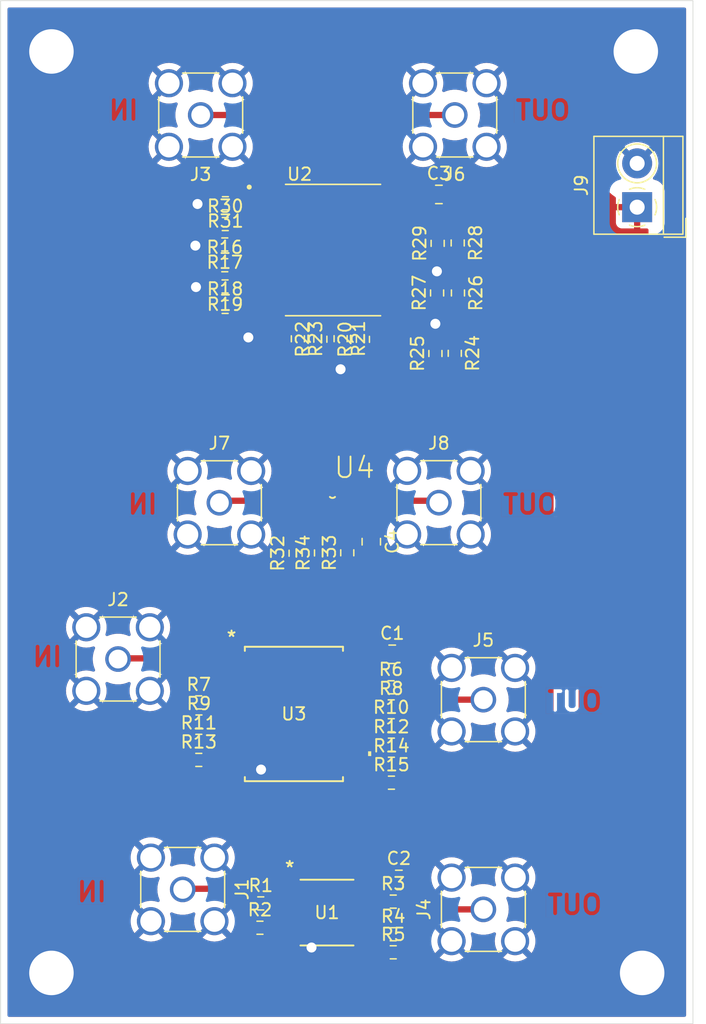
<source format=kicad_pcb>
(kicad_pcb (version 20240108) (generator "pcbnew") (generator_version "8.0")
  (layers (0 "F.Cu" signal) (31 "B.Cu" signal) (34 "B.Paste" user) (35 "F.Paste" user) (36 "B.SilkS" user "B.Silkscreen") (37 "F.SilkS" user "F.Silkscreen") (38 "B.Mask" user) (39 "F.Mask" user) (44 "Edge.Cuts" user))
  (net 0 "")
  (net 5 "GND")
  (net 6 "VCC")
  (net 7 "Net-(J1-In)")
  (net 8 "Net-(J2-In)")
  (net 9 "Net-(J3-In)")
  (net 10 "Net-(J4-In)")
  (net 11 "Net-(J5-In)")
  (net 12 "Net-(J6-In)")
  (net 13 "Net-(U1-TAP2)")
  (net 14 "Net-(U1-TAP4)")
  (net 15 "Net-(U1-TAP1)")
  (net 16 "Net-(U1-TAP3)")
  (net 17 "Net-(U1-TAP5)")
  (net 18 "Net-(U3-TAP1)")
  (net 19 "Net-(U3-TAP2)")
  (net 20 "Net-(U3-TAP3)")
  (net 21 "Net-(U3-TAP4)")
  (net 22 "Net-(U3-TAP5)")
  (net 23 "Net-(U3-TAP6)")
  (net 24 "Net-(U3-TAP7)")
  (net 25 "Net-(U3-TAP8)")
  (net 26 "Net-(U3-TAP9)")
  (net 27 "Net-(U3-TAP10)")
  (net 28 "/p1")
  (net 29 "/p2")
  (net 30 "/p3")
  (net 31 "/p4")
  (net 32 "/p5")
  (net 33 "/p6")
  (net 34 "/p7")
  (net 35 "/p0")
  (net 36 "Net-(U4-SET)")
  (net 37 "Net-(U4-DIV)")
  (net 38 "Net-(J8-In)")
  (net 39 "Net-(J7-In)")
  (footprint "Resistor_SMD:R_0603_1608Metric" (layer "F.Cu") (at 93.060744 119.598313)
    (property "Reference" "R7")
    (property "Value" "0")
  )
  (footprint "Resistor_SMD:R_0603_1608Metric" (layer "F.Cu") (at 95.171939 87.98234)
    (property "Reference" "R18")
    (property "Value" "0")
  )
  (footprint "Resistor_SMD:R_0603_1608Metric" (layer "F.Cu") (at 108.616482 139.575691)
    (property "Reference" "R5")
    (property "Value" "0")
  )
  (footprint "Resistor_SMD:R_0603_1608Metric" (layer "F.Cu") (at 95.181622 81.360515)
    (property "Reference" "R30")
    (property "Value" "0")
  )
  (footprint "Resistor_SMD:R_0603_1608Metric" (layer "F.Cu") (at 104.408674 90.523362 -90)
    (property "Reference" "R21")
    (property "Value" "0")
  )
  (footprint "Resistor_SMD:R_0603_1608Metric" (layer "F.Cu") (at 102.841784 107.650464 90)
    (property "Reference" "R34")
    (property "Value" "0")
  )
  (footprint "TerminalBlock_4Ucon:TerminalBlock_4Ucon_1x02_P3.50mm_Horizontal" (layer "F.Cu") (at 128.123888 80.010999 90)
    (property "Reference" "J9")
    (property "Value" "Screw_Terminal_01x02")
  )
  (footprint "Resistor_SMD:R_0603_1608Metric" (layer "F.Cu") (at 98.022378 135.667305)
    (property "Reference" "R1")
    (property "Value" "0")
  )
  (footprint "Connector_Coaxial:SMA_Amphenol_901-144_Vertical" (layer "F.Cu") (at 115.824 119.38)
    (property "Reference" "J5")
    (property "Value" "Conn_Coaxial")
  )
  (footprint "Resistor_SMD:R_0603_1608Metric" (layer "F.Cu") (at 108.441295 118.391777)
    (property "Reference" "R6")
    (property "Value" "0")
  )
  (footprint "Connector_Coaxial:SMA_Amphenol_901-144_Vertical" (layer "F.Cu") (at 91.777685 134.547609 -90)
    (property "Reference" "J1")
    (property "Value" "Conn_Coaxial")
  )
  (footprint "Resistor_SMD:R_0603_1608Metric" (layer "F.Cu") (at 113.792 86.868 -90)
    (property "Reference" "R26")
    (property "Value" "0")
  )
  (footprint "Capacitor_SMD:C_0805_2012Metric" (layer "F.Cu") (at 108.534705 115.752385)
    (property "Reference" "C1")
    (property "Value" "2.2uF")
  )
  (footprint "Resistor_SMD:R_0603_1608Metric" (layer "F.Cu") (at 102.787252 90.566877 90)
    (property "Reference" "R22")
    (property "Value" "0")
  )
  (footprint "Resistor_SMD:R_0603_1608Metric" (layer "F.Cu") (at 108.473023 126.015954)
    (property "Reference" "R15")
    (property "Value" "0")
  )
  (footprint "Resistor_SMD:R_0603_1608Metric" (layer "F.Cu") (at 100.809784 107.673861 90)
    (property "Reference" "R32")
    (property "Value" "0")
  )
  (footprint "Resistor_SMD:R_0603_1608Metric" (layer "F.Cu") (at 108.613609 138.131677)
    (property "Reference" "R4")
    (property "Value" "0")
  )
  (footprint "Resistor_SMD:R_0603_1608Metric" (layer "F.Cu") (at 95.143977 82.991465 180)
    (property "Reference" "R17")
    (property "Value" "0")
  )
  (footprint "Connector_Coaxial:SMA_Amphenol_901-144_Vertical" (layer "F.Cu") (at 94.713784 103.638458)
    (property "Reference" "J7")
    (property "Value" "Conn_Coaxial")
  )
  (footprint "Resistor_SMD:R_0603_1608Metric" (layer "F.Cu") (at 108.466061 122.97866)
    (property "Reference" "R12")
    (property "Value" "0")
  )
  (footprint "Connector_Coaxial:SMA_Amphenol_901-144_Vertical" (layer "F.Cu") (at 115.824 136.144 90)
    (property "Reference" "J4")
    (property "Value" "Conn_Coaxial")
  )
  (footprint "Resistor_SMD:R_0603_1608Metric" (layer "F.Cu") (at 93.075829 121.125318)
    (property "Reference" "R9")
    (property "Value" "0")
  )
  (footprint "Connector_Coaxial:SMA_Amphenol_901-144_Vertical" (layer "F.Cu") (at 112.268 103.632)
    (property "Reference" "J8")
    (property "Value" "Conn_Coaxial")
  )
  (footprint "Resistor_SMD:R_0603_1608Metric" (layer "F.Cu") (at 106.191292 90.577381 90)
    (property "Reference" "R20")
    (property "Value" "0")
  )
  (footprint "Resistor_SMD:R_0603_1608Metric" (layer "F.Cu") (at 95.193555 79.697046 180)
    (property "Reference" "R31")
    (property "Value" "0")
  )
  (footprint "Resistor_SMD:R_0603_1608Metric" (layer "F.Cu") (at 108.455495 119.918247)
    (property "Reference" "R8")
    (property "Value" "0")
  )
  (footprint "Resistor_SMD:R_0603_1608Metric" (layer "F.Cu") (at 93.064629 124.195968)
    (property "Reference" "R13")
    (property "Value" "0")
  )
  (footprint "Resistor_SMD:R_0603_1608Metric" (layer "F.Cu") (at 108.457023 121.424005)
    (property "Reference" "R10")
    (property "Value" "0")
  )
  (footprint "footprints:SOIC127P1032X265-16N" (layer "F.Cu") (at 103.803 83.439)
    (property "Reference" "U2")
    (property "Value" "DS1023S-500_")
  )
  (footprint "Capacitor_SMD:C_0805_2012Metric" (layer "F.Cu") (at 109.066192 133.749203)
    (property "Reference" "C2")
    (property "Value" "2.2uF")
  )
  (footprint "Connector_Coaxial:SMA_Amphenol_901-144_Vertical" (layer "F.Cu") (at 86.60881 116.132936)
    (property "Reference" "J2")
    (property "Value" "Conn_Coaxial")
  )
  (footprint "footprints:SOT95P280X100-6N" (layer "F.Cu") (at 103.756474 104.418477)
    (property "Reference" "U4")
    (property "Value" "LTC6994CS6-2TRMPBF")
  )
  (footprint "Resistor_SMD:R_0603_1608Metric" (layer "F.Cu") (at 112.12423 86.868 90)
    (property "Reference" "R27")
    (property "Value" "0")
  )
  (footprint "Capacitor_SMD:C_0805_2012Metric" (layer "F.Cu") (at 112.268 78.994)
    (property "Reference" "C3")
    (property "Value" "2.2uF")
  )
  (footprint "Resistor_SMD:R_0603_1608Metric" (layer "F.Cu") (at 108.616568 135.524226)
    (property "Reference" "R3")
    (property "Value" "0")
  )
  (footprint "Capacitor_SMD:C_0805_2012Metric" (layer "F.Cu") (at 106.861778 106.752458 -90)
    (property "Reference" "C4")
    (property "Value" "2.2uF")
  )
  (footprint "Resistor_SMD:R_0603_1608Metric" (layer "F.Cu") (at 112.169501 82.902649 90)
    (property "Reference" "R29")
    (property "Value" "0")
  )
  (footprint "Connector_Coaxial:SMA_Amphenol_901-144_Vertical" (layer "F.Cu") (at 113.538 72.644 180)
    (property "Reference" "J6")
    (property "Value" "Conn_Coaxial")
  )
  (footprint "Connector_Coaxial:SMA_Amphenol_901-144_Vertical" (layer "F.Cu") (at 93.218 72.644 180)
    (property "Reference" "J3")
    (property "Value" "Conn_Coaxial")
  )
  (footprint "Resistor_SMD:R_0603_1608Metric" (layer "F.Cu") (at 113.772173 82.870944 -90)
    (property "Reference" "R28")
    (property "Value" "0")
  )
  (footprint "footprints:21-0041B_8_MXM" (layer "F.Cu") (at 103.316156 136.400691)
    (property "Reference" "U1")
    (property "Value" "DS1100Z-500+")
  )
  (footprint "Resistor_SMD:R_0603_1608Metric" (layer "F.Cu") (at 100.989303 90.531164 -90)
    (property "Reference" "R23")
    (property "Value" "0")
  )
  (footprint "Resistor_SMD:R_0603_1608Metric" (layer "F.Cu") (at 113.538 91.694 -90)
    (property "Reference" "R24")
    (property "Value" "0")
  )
  (footprint "Resistor_SMD:R_0603_1608Metric" (layer "F.Cu") (at 95.141548 84.65028)
    (property "Reference" "R16")
    (property "Value" "0")
  )
  (footprint "footprints:21-0042B_16_MXM" (layer "F.Cu") (at 100.6729 120.523)
    (property "Reference" "U3")
    (property "Value" "DS1110S-500+")
  )
  (footprint "Resistor_SMD:R_0603_1608Metric" (layer "F.Cu") (at 108.467967 124.50611)
    (property "Reference" "R14")
    (property "Value" "0")
  )
  (footprint "Resistor_SMD:R_0603_1608Metric" (layer "F.Cu") (at 111.990225 91.708458 90)
    (property "Reference" "R25")
    (property "Value" "0")
  )
  (footprint "Resistor_SMD:R_0603_1608Metric" (layer "F.Cu") (at 93.066627 122.671968)
    (property "Reference" "R11")
    (property "Value" "0")
  )
  (footprint "Resistor_SMD:R_0603_1608Metric" (layer "F.Cu") (at 104.93911 107.638788 90)
    (property "Reference" "R33")
    (property "Value" "0")
  )
  (footprint "Resistor_SMD:R_0603_1608Metric" (layer "F.Cu") (at 95.165849 86.349147 180)
    (property "Reference" "R19")
    (property "Value" "0")
  )
  (footprint "Resistor_SMD:R_0603_1608Metric" (layer "F.Cu") (at 97.956311 137.611684)
    (property "Reference" "R2")
    (property "Value" "0")
  )
  (gr_rect (start 77.216 63.5) (end 132.588 145.288) (stroke (width 0.05)) (fill none) (layer "Edge.Cuts"))
  (gr_text "+5V" (at 127.246533 104.787333 90) (layer "F.Cu" knockout) (effects (font (size 1.5 1.5) (thickness 0.3) (bold yes)) (justify left bottom)))
  (gr_text "IN" (at 82.296 116.84 0) (layer "B.Cu" knockout) (effects (font (size 1.5 1.5) (thickness 0.3) (bold yes)) (justify left bottom mirror)))
  (gr_text "IN" (at 85.852 135.636 0) (layer "B.Cu" knockout) (effects (font (size 1.5 1.5) (thickness 0.3) (bold yes)) (justify left bottom mirror)))
  (gr_text "IN" (at 89.916 104.648 0) (layer "B.Cu" knockout) (effects (font (size 1.5 1.5) (thickness 0.3) (bold yes)) (justify left bottom mirror)))
  (gr_text "OUT" (at 121.92 104.648 0) (layer "B.Cu" knockout) (effects (font (size 1.5 1.5) (thickness 0.3) (bold yes)) (justify left bottom mirror)))
  (gr_text "IN" (at 88.392 73.152 0) (layer "B.Cu" knockout) (effects (font (size 1.5 1.5) (thickness 0.3) (bold yes)) (justify left bottom mirror)))
  (gr_text "OUT" (at 125.476 136.652 0) (layer "B.Cu" knockout) (effects (font (size 1.5 1.5) (thickness 0.3) (bold yes)) (justify left bottom mirror)))
  (gr_text "OUT" (at 125.476 120.396 0) (layer "B.Cu" knockout) (effects (font (size 1.5 1.5) (thickness 0.3) (bold yes)) (justify left bottom mirror)))
  (gr_text "OUT" (at 122.936 73.152 0) (layer "B.Cu" knockout) (effects (font (size 1.5 1.5) (thickness 0.3) (bold yes)) (justify left bottom mirror)))
  (segment (start 108.458 81.534) (end 111.625852 81.534) (width 0.5) (layer "F.Cu") (net 5))
  (segment (start 102.613474 104.418477) (end 99.013765 104.418477) (width 0.5) (layer "F.Cu") (net 5))
  (segment (start 105.156 84.836) (end 105.156 82.296) (width 0.5) (layer "F.Cu") (net 5))
  (segment (start 99.148 88.304) (end 97.028 90.424) (width 0.5) (layer "F.Cu") (net 5))
  (segment (start 111.984979 90.878212) (end 111.990225 90.883458) (width 0.5) (layer "F.Cu") (net 5))
  (segment (start 111.625852 81.534) (end 112.169501 82.077649) (width 0.5) (layer "F.Cu") (net 5))
  (segment (start 105.156 82.296) (end 105.918 81.534) (width 0.5) (layer "F.Cu") (net 5))
  (segment (start 108.458 85.344) (end 105.664 85.344) (width 0.5) (layer "F.Cu") (net 5))
  (segment (start 104.404031 92.968017) (end 104.404031 91.353005) (width 0.5) (layer "F.Cu") (net 5))
  (segment (start 105.918 81.534) (end 108.458 81.534) (width 0.5) (layer "F.Cu") (net 5))
  (segment (start 99.013765 104.418477) (end 97.253784 106.178458) (width 0.5) (layer "F.Cu") (net 5))
  (segment (start 104.404031 91.353005) (end 104.408674 91.348362) (width 0.5) (layer "F.Cu") (net 5))
  (segment (start 111.984979 89.331811) (end 111.984979 90.878212) (width 0.5) (layer "F.Cu") (net 5))
  (segment (start 112.12423 85.156441) (end 112.108087 85.140298) (width 0.5) (layer "F.Cu") (net 5))
  (segment (start 105.664 85.344) (end 105.156 84.836) (width 0.5) (layer "F.Cu") (net 5))
  (segment (start 112.12423 86.043) (end 112.12423 85.156441) (width 0.5) (layer "F.Cu") (net 5))
  (segment (start 99.148 87.884) (end 99.148 88.304) (width 0.5) (layer "F.Cu") (net 5))
  (via (at 102.080859 139.191999) (size 1.4) (drill 0.8) (layers "F.Cu" "B.Cu") (net 5))
  (via (at 104.404031 92.968017) (size 1.4) (drill 0.8) (layers "F.Cu" "B.Cu") (net 5))
  (via (at 92.839995 86.395971) (size 1.4) (drill 0.8) (layers "F.Cu" "B.Cu") (net 5))
  (via (at 81.28 141.224) (size 5.588) (drill 3.556) (layers "F.Cu" "B.Cu") (net 5))
  (via (at 97.028 90.424) (size 1.4) (drill 0.8) (layers "F.Cu" "B.Cu") (net 5))
  (via (at 112.108087 85.140298) (size 1.4) (drill 0.8) (layers "F.Cu" "B.Cu") (net 5))
  (via (at 81.28 67.564) (size 5.588) (drill 3.556) (layers "F.Cu" "B.Cu") (net 5))
  (via (at 128.016 67.564) (size 5.588) (drill 3.556) (layers "F.Cu" "B.Cu") (net 5))
  (via (at 111.984979 89.331811) (size 1.4) (drill 0.8) (layers "F.Cu" "B.Cu") (net 5))
  (via (at 92.964 79.756) (size 1.4) (drill 0.8) (layers "F.Cu" "B.Cu") (net 5))
  (via (at 92.791996 83.084008) (size 1.4) (drill 0.8) (layers "F.Cu" "B.Cu") (net 5))
  (via (at 98.044 124.968) (size 1.4) (drill 0.8) (layers "F.Cu" "B.Cu") (net 5))
  (via (at 128.524 141.224) (size 5.588) (drill 3.556) (layers "F.Cu" "B.Cu") (net 5))
  (segment (start 94.316548 84.65028) (end 91.62572 84.65028) (width 0.5) (layer "F.Cu") (net 6))
  (segment (start 113.382159 80.51503) (end 124.71697 80.51503) (width 0.5) (layer "F.Cu") (net 6))
  (segment (start 107.584705 112.887295) (end 107.584705 115.752385) (width 0.5) (layer "F.Cu") (net 6))
  (segment (start 110.998 78.994) (end 108.458 78.994) (width 0.5) (layer "F.Cu") (net 6))
  (segment (start 102.787252 94.151252) (end 103.124 94.488) (width 0.5) (layer "F.Cu") (net 6))
  (segment (start 113.792 86.043) (end 115.379 86.043) (width 0.5) (layer "F.Cu") (net 6))
  (segment (start 91.520515 81.360515) (end 91.44 81.28) (width 0.5) (layer "F.Cu") (net 6))
  (segment (start 96.210432 77.636443) (end 92.812071 77.636443) (width 0.5) (layer "F.Cu") (net 6))
  (segment (start 94.346939 87.98234) (end 91.53834 87.98234) (width 0.5) (layer "F.Cu") (net 6))
  (segment (start 106.861778 105.802458) (end 106.16091 105.802458) (width 0.25) (layer "F.Cu") (net 6))
  (segment (start 102.787252 91.391877) (end 102.787252 94.151252) (width 0.5) (layer "F.Cu") (net 6))
  (segment (start 97.208821 78.634832) (end 96.210432 77.636443) (width 0.5) (layer "F.Cu") (net 6))
  (segment (start 91.53834 92.04634) (end 91.53834 87.98234) (width 0.5) (layer "F.Cu") (net 6))
  (segment (start 93.98 94.488) (end 91.53834 92.04634) (width 0.5) (layer "F.Cu") (net 6))
  (segment (start 108.116192 130.643808) (end 108.586202 130.173798) (width 0.5) (layer "F.Cu") (net 6))
  (segment (start 115.319944 82.045944) (end 113.772173 82.045944) (width 0.5) (layer "F.Cu") (net 6))
  (segment (start 106.861778 104.877115) (end 106.861778 105.802458) (width 0.5) (layer "F.Cu") (net 6))
  (segment (start 106.172 94.488) (end 109.22 94.488) (width 0.5) (layer "F.Cu") (net 6))
  (segment (start 91.53834 87.98234) (end 91.44 87.884) (width 0.5) (layer "F.Cu") (net 6))
  (segment (start 106.40314 104.418477) (end 106.861778 104.877115) (width 0.5) (layer "F.Cu") (net 6))
  (segment (start 115.316 92.964) (end 115.316 88.392) (width 0.5) (layer "F.Cu") (net 6))
  (segment (start 108.204 112.268) (end 107.584705 112.887295) (width 0.5) (layer "F.Cu") (net 6))
  (segment (start 91.44 84.836) (end 91.44 83.82) (width 0.5) (layer "F.Cu") (net 6))
  (segment (start 106.191292 91.402381) (end 106.191292 94.468708) (width 0.5) (layer "F.Cu") (net 6))
  (segment (start 115.379 86.043) (end 116.078 85.344) (width 0.5) (layer "F.Cu") (net 6))
  (segment (start 99.148 80.264) (end 97.743602 80.264) (width 0.5) (layer "F.Cu") (net 6))
  (segment (start 103.124 94.488) (end 106.172 94.488) (width 0.5) (layer "F.Cu") (net 6))
  (segment (start 91.44 87.884) (end 91.44 84.836) (width 0.5) (layer "F.Cu") (net 6))
  (segment (start 104.899474 104.418477) (end 103.937533 104.418477) (width 0.25) (layer "F.Cu") (net 6))
  (segment (start 110.998 79.743653) (end 111.769377 80.51503) (width 0.5) (layer "F.Cu") (net 6))
  (segment (start 111.769377 80.51503) (end 113.382159 80.51503) (width 0.5) (layer "F.Cu") (net 6))
  (segment (start 107.025009 98.044) (end 124.46 98.044) (width 0.5) (layer "F.Cu") (net 6))
  (segment (start 103.780127 102.316648) (end 103.780127 101.288882) (width 0.5) (layer "F.Cu") (net 6))
  (segment (start 111.318 78.994) (end 110.998 78.994) (width 0.5) (layer "F.Cu") (net 6))
  (segment (start 93.98 94.488) (end 103.124 94.488) (width 0.5) (layer "F.Cu") (net 6))
  (segment (start 92.812071 77.636443) (end 91.44 79.008514) (width 0.5) (layer "F.Cu") (net 6))
  (segment (start 113.772173 80.905044) (end 113.772173 82.045944) (width 0.5) (layer "F.Cu") (net 6))
  (segment (start 91.62572 84.65028) (end 91.44 84.836) (width 0.5) (layer "F.Cu") (net 6))
  (segment (start 91.44 81.28) (end 91.44 83.82) (width 0.5) (layer "F.Cu") (net 6))
  (segment (start 94.356622 81.360515) (end 91.520515 81.360515) (width 0.5) (layer "F.Cu") (net 6))
  (segment (start 105.41 116.078) (end 107.25909 116.078) (width 0.5) (layer "F.Cu") (net 6))
  (segment (start 97.743602 80.264) (end 97.208821 79.729219) (width 0.5) (layer "F.Cu") (net 6))
  (segment (start 110.998 78.994) (end 110.998 79.743653) (width 0.5) (layer "F.Cu") (net 6))
  (segment (start 103.937533 104.418477) (end 103.780127 104.261071) (width 0.25) (layer "F.Cu") (net 6))
  (segment (start 124.842202 130.173798) (end 124.968 130.048) (width 0.5) (layer "F.Cu") (net 6))
  (segment (start 113.538 90.17) (end 113.538 90.869) (width 0.5) (layer "F.Cu") (net 6))
  (segment (start 115.316 88.392) (end 115.379 88.329) (width 0.5) (layer "F.Cu") (net 6))
  (segment (start 91.44 79.008514) (end 91.44 81.28) (width 0.5) (layer "F.Cu") (net 6))
  (segment (start 115.379 88.329) (end 113.538 90.17) (width 0.5) (layer "F.Cu") (net 6))
  (segment (start 115.379 86.043) (end 115.379 88.329) (width 0.5) (layer "F.Cu") (net 6))
  (segment (start 104.899474 104.418477) (end 106.40314 104.418477) (width 0.5) (layer "F.Cu") (net 6))
  (segment (start 124.968 80.264) (end 124.71697 80.51503) (width 0.5) (layer "F.Cu") (net 6))
  (segment (start 103.780127 101.288882) (end 107.025009 98.044) (width 0.5) (layer "F.Cu") (net 6))
  (segment (start 108.586202 130.173798) (end 124.842202 130.173798) (width 0.5) (layer "F.Cu") (net 6))
  (segment (start 116.078 82.804) (end 115.319944 82.045944) (width 0.5) (layer "F.Cu") (net 6))
  (segment (start 106.16091 105.802458) (end 105.14958 106.813788) (width 0.25) (layer "F.Cu") (net 6))
  (segment (start 113.382159 80.51503) (end 113.772173 80.905044) (width 0.5) (layer "F.Cu") (net 6))
  (segment (start 97.208821 79.729219) (end 97.208821 78.634832) (width 0.5) (layer "F.Cu") (net 6))
  (segment (start 107.25909 116.078) (end 107.584705 115.752385) (width 0.5) (layer "F.Cu") (net 6))
  (segment (start 108.116192 133.749203) (end 108.116192 130.643808) (width 0.5) (layer "F.Cu") (net 6))
  (segment (start 105.14958 106.813788) (end 104.93911 106.813788) (width 0.25) (layer "F.Cu") (net 6))
  (segment (start 106.191292 94.468708) (end 106.172 94.488) (width 0.5) (layer "F.Cu") (net 6))
  (segment (start 107.369704 134.495691) (end 108.116192 133.749203) (width 0.5) (layer "F.Cu") (net 6))
  (segment (start 113.792 94.488) (end 115.316 92.964) (width 0.5) (layer "F.Cu") (net 6))
  (segment (start 109.22 94.488) (end 113.792 94.488) (width 0.5) (layer "F.Cu") (net 6))
  (segment (start 116.078 85.344) (end 116.078 82.804) (width 0.5) (layer "F.Cu") (net 6))
  (segment (start 103.780127 104.261071) (end 103.780127 102.316648) (width 0.25) (layer "F.Cu") (net 6))
  (segment (start 124.968 112.268) (end 108.204 112.268) (width 0.5) (layer "F.Cu") (net 6))
  (segment (start 106.040306 134.495691) (end 107.369704 134.495691) (width 0.5) (layer "F.Cu") (net 6))
  (segment (start 91.829603 134.495691) (end 91.777685 134.547609) (width 0.5) (layer "F.Cu") (net 7))
  (segment (start 100.592006 134.495691) (end 91.829603 134.495691) (width 0.5) (layer "F.Cu") (net 7))
  (segment (start 95.9358 116.078) (end 86.663746 116.078) (width 0.5) (layer "F.Cu") (net 8))
  (segment (start 86.663746 116.078) (end 86.60881 116.132936) (width 0.5) (layer "F.Cu") (net 8))
  (segment (start 99.148 74.705091) (end 97.086909 72.644) (width 0.5) (layer "F.Cu") (net 9))
  (segment (start 97.086909 72.644) (end 93.218 72.644) (width 0.5) (layer "F.Cu") (net 9))
  (segment (start 99.148 78.994) (end 99.148 74.705091) (width 0.5) (layer "F.Cu") (net 9))
  (segment (start 97.197378 137.545617) (end 97.131311 137.611684) (width 0.5) (layer "F.Cu") (net 10))
  (segment (start 110.533588 139.25518) (end 110.533588 138.131677) (width 0.5) (layer "F.Cu") (net 10))
  (segment (start 110.533588 136.373461) (end 110.503204 136.403845) (width 0.2) (layer "F.Cu") (net 10))
  (segment (start 110.561889 136.144) (end 110.270943 135.853054) (width 0.5) (layer "F.Cu") (net 10))
  (segment (start 110.213077 139.575691) (end 110.533588 139.25518) (width 0.5) (layer "F.Cu") (net 10))
  (segment (start 109.438609 138.131677) (end 109.438609 138.13067) (width 0.5) (layer "F.Cu") (net 10))
  (segment (start 97.197378 136.514955) (end 97.197378 137.035691) (width 0.5) (layer "F.Cu") (net 10))
  (segment (start 115.824 136.144) (end 110.561889 136.144) (width 0.5) (layer "F.Cu") (net 10))
  (segment (start 97.197378 137.035691) (end 97.197378 137.545617) (width 0.5) (layer "F.Cu") (net 10))
  (segment (start 110.533588 136.1157) (end 110.270943 135.853054) (width 0.5) (layer "F.Cu") (net 10))
  (segment (start 109.942114 135.524226) (end 109.441568 135.524226) (width 0.5) (layer "F.Cu") (net 10))
  (segment (start 109.441482 139.575691) (end 110.213077 139.575691) (width 0.5) (layer "F.Cu") (net 10))
  (segment (start 97.270028 136.442305) (end 97.197378 136.514955) (width 0.2) (layer "F.Cu") (net 10))
  (segment (start 110.503204 136.403845) (end 99.298486 136.403845) (width 0.2) (layer "F.Cu") (net 10))
  (segment (start 110.533588 138.131677) (end 110.533588 136.1157) (width 0.5) (layer "F.Cu") (net 10))
  (segment (start 109.438609 138.131677) (end 110.533588 138.131677) (width 0.5) (layer "F.Cu") (net 10))
  (segment (start 110.270943 135.853054) (end 109.942114 135.524226) (width 0.5) (layer "F.Cu") (net 10))
  (segment (start 99.298486 136.403845) (end 99.260026 136.442305) (width 0.2) (layer "F.Cu") (net 10))
  (segment (start 97.197378 135.667305) (end 97.197378 136.514955) (width 0.5) (layer "F.Cu") (net 10))
  (segment (start 109.441482 139.575691) (end 109.441482 139.501114) (width 0.5) (layer "F.Cu") (net 10))
  (segment (start 110.533588 136.1157) (end 110.533588 136.373461) (width 0.2) (layer "F.Cu") (net 10))
  (segment (start 99.260026 136.442305) (end 97.270028 136.442305) (width 0.2) (layer "F.Cu") (net 10))
  (segment (start 92.250829 121.125318) (end 91.726682 121.125318) (width 0.25) (layer "F.Cu") (net 11))
  (segment (start 110.744 119.888) (end 110.744 121.412) (width 0.25) (layer "F.Cu") (net 11))
  (segment (start 91.44 125.476) (end 93.472 127.508) (width 0.5) (layer "F.Cu") (net 11))
  (segment (start 92.235744 119.598313) (end 91.729687 119.598313) (width 0.25) (layer "F.Cu") (net 11))
  (segment (start 110.744 126.492) (end 110.744 125.476) (width 0.5) (layer "F.Cu") (net 11))
  (segment (start 91.44 121.412) (end 91.44 119.888) (width 0.25) (layer "F.Cu") (net 11))
  (segment (start 91.729687 119.598313) (end 91.44 119.888) (width 0.25) (layer "F.Cu") (net 11))
  (segment (start 110.263777 118.391777) (end 110.744 118.872) (width 0.25) (layer "F.Cu") (net 11))
  (segment (start 91.44 123.952) (end 91.44 125.476) (width 0.5) (layer "F.Cu") (net 11))
  (segment (start 110.744 118.872) (end 110.744 119.38) (width 0.25) (layer "F.Cu") (net 11))
  (segment (start 91.44 123.952) (end 91.44 122.428) (width 0.25) (layer "F.Cu") (net 11))
  (segment (start 109.292967 124.50611) (end 110.69789 124.50611) (width 0.25) (layer "F.Cu") (net 11))
  (segment (start 93.472 127.508) (end 109.728 127.508) (width 0.5) (layer "F.Cu") (net 11))
  (segment (start 92.239629 124.195968) (end 91.683968 124.195968) (width 0.25) (layer "F.Cu") (net 11))
  (segment (start 109.282023 121.424005) (end 110.731995 121.424005) (width 0.25) (layer "F.Cu") (net 11))
  (segment (start 110.69789 124.50611) (end 110.744 124.46) (width 0.25) (layer "F.Cu") (net 11))
  (segment (start 110.731995 121.424005) (end 110.744 121.412) (width 0.25) (layer "F.Cu") (net 11))
  (segment (start 91.683968 122.671968) (end 91.44 122.428) (width 0.25) (layer "F.Cu") (net 11))
  (segment (start 110.744 121.412) (end 110.744 122.936) (width 0.25) (layer "F.Cu") (net 11))
  (segment (start 110.744 124.46) (end 110.744 125.476) (width 0.25) (layer "F.Cu") (net 11))
  (segment (start 92.241627 122.671968) (end 91.683968 122.671968) (width 0.25) (layer "F.Cu") (net 11))
  (segment (start 110.204046 126.015954) (end 109.298023 126.015954) (width 0.25) (layer "F.Cu") (net 11))
  (segment (start 110.713753 119.918247) (end 110.744 119.888) (width 0.25) (layer "F.Cu") (net 11))
  (segment (start 109.291061 122.97866) (end 110.70134 122.97866) (width 0.25) (layer "F.Cu") (net 11))
  (segment (start 110.744 122.936) (end 110.744 124.46) (width 0.25) (layer "F.Cu") (net 11))
  (segment (start 91.44 122.428) (end 91.44 121.412) (width 0.25) (layer "F.Cu") (net 11))
  (segment (start 110.744 125.476) (end 110.204046 126.015954) (width 0.25) (layer "F.Cu") (net 11))
  (segment (start 109.728 127.508) (end 110.744 126.492) (width 0.5) (layer "F.Cu") (net 11))
  (segment (start 109.266295 118.391777) (end 110.263777 118.391777) (width 0.25) (layer "F.Cu") (net 11))
  (segment (start 109.280495 119.918247) (end 110.713753 119.918247) (width 0.25) (layer "F.Cu") (net 11))
  (segment (start 110.70134 122.97866) (end 110.744 122.936) (width 0.25) (layer "F.Cu") (net 11))
  (segment (start 91.683968 124.195968) (end 91.44 123.952) (width 0.25) (layer "F.Cu") (net 11))
  (segment (start 110.744 119.38) (end 110.744 119.888) (width 0.25) (layer "F.Cu") (net 11))
  (segment (start 115.824 119.38) (end 110.744 119.38) (width 0.5) (layer "F.Cu") (net 11))
  (segment (start 91.726682 121.125318) (end 91.44 121.412) (width 0.25) (layer "F.Cu") (net 11))
  (segment (start 105.918 76.454) (end 109.728 72.644) (width 0.5) (layer "F.Cu") (net 12))
  (segment (start 107.188 80.264) (end 105.918 78.994) (width 0.5) (layer "F.Cu") (net 12))
  (segment (start 109.728 72.644) (end 113.538 72.644) (width 0.5) (layer "F.Cu") (net 12))
  (segment (start 108.458 80.264) (end 107.188 80.264) (width 0.5) (layer "F.Cu") (net 12))
  (segment (start 105.918 78.994) (end 105.918 76.454) (width 0.5) (layer "F.Cu") (net 12))
  (segment (start 100.592006 135.765691) (end 98.945764 135.765691) (width 0.5) (layer "F.Cu") (net 13))
  (segment (start 98.945764 135.765691) (end 98.847378 135.667305) (width 0.5) (layer "F.Cu") (net 13))
  (segment (start 100.592006 137.035691) (end 99.357304 137.035691) (width 0.5) (layer "F.Cu") (net 14))
  (segment (start 99.357304 137.035691) (end 98.781311 137.611684) (width 0.5) (layer "F.Cu") (net 14))
  (segment (start 107.550103 135.765691) (end 107.791568 135.524226) (width 0.5) (layer "F.Cu") (net 15))
  (segment (start 106.040306 135.765691) (end 107.550103 135.765691) (width 0.5) (layer "F.Cu") (net 15))
  (segment (start 106.040306 137.035691) (end 106.692623 137.035691) (width 0.5) (layer "F.Cu") (net 16))
  (segment (start 106.692623 137.035691) (end 107.788609 138.131677) (width 0.5) (layer "F.Cu") (net 16))
  (segment (start 106.040306 138.305691) (end 106.521482 138.305691) (width 0.5) (layer "F.Cu") (net 17))
  (segment (start 106.521482 138.305691) (end 107.791482 139.575691) (width 0.5) (layer "F.Cu") (net 17))
  (segment (start 105.41 118.618) (end 107.390072 118.618) (width 0.5) (layer "F.Cu") (net 18))
  (segment (start 107.390072 118.618) (end 107.616295 118.391777) (width 0.5) (layer "F.Cu") (net 18))
  (segment (start 95.9358 119.888) (end 94.175431 119.888) (width 0.25) (layer "F.Cu") (net 19))
  (segment (start 94.175431 119.888) (end 93.885744 119.598313) (width 0.25) (layer "F.Cu") (net 19))
  (segment (start 107.600248 119.888) (end 107.630495 119.918247) (width 0.5) (layer "F.Cu") (net 20))
  (segment (start 105.41 119.888) (end 107.600248 119.888) (width 0.5) (layer "F.Cu") (net 20))
  (segment (start 95.9358 121.158) (end 93.933511 121.158) (width 0.25) (layer "F.Cu") (net 21))
  (segment (start 93.933511 121.158) (end 93.900829 121.125318) (width 0.25) (layer "F.Cu") (net 21))
  (segment (start 107.366018 121.158) (end 107.632023 121.424005) (width 0.5) (layer "F.Cu") (net 22))
  (segment (start 105.41 121.158) (end 107.366018 121.158) (width 0.5) (layer "F.Cu") (net 22))
  (segment (start 95.9358 122.428) (end 94.135595 122.428) (width 0.25) (layer "F.Cu") (net 23))
  (segment (start 94.135595 122.428) (end 93.891627 122.671968) (width 0.25) (layer "F.Cu") (net 23))
  (segment (start 105.41 122.428) (end 107.090401 122.428) (width 0.5) (layer "F.Cu") (net 24))
  (segment (start 107.090401 122.428) (end 107.641061 122.97866) (width 0.5) (layer "F.Cu") (net 24))
  (segment (start 94.387597 123.698) (end 93.889629 124.195968) (width 0.25) (layer "F.Cu") (net 25))
  (segment (start 95.9358 123.698) (end 94.387597 123.698) (width 0.25) (layer "F.Cu") (net 25))
  (segment (start 106.982173 123.845316) (end 107.642967 124.50611) (width 0.2) (layer "F.Cu") (net 26))
  (segment (start 105.41 123.698) (end 105.557316 123.845316) (width 0.2) (layer "F.Cu") (net 26))
  (segment (start 105.557316 123.845316) (end 106.982173 123.845316) (width 0.2) (layer "F.Cu") (net 26))
  (segment (start 105.41 125.222) (end 106.203954 126.015954) (width 0.25) (layer "F.Cu") (net 27))
  (segment (start 105.41 124.968) (end 105.41 125.222) (width 0.25) (layer "F.Cu") (net 27))
  (segment (start 106.203954 126.015954) (end 107.648023 126.015954) (width 0.25) (layer "F.Cu") (net 27))
  (segment (start 99.148 82.804) (end 96.156442 82.804) (width 0.2) (layer "F.Cu") (net 28))
  (segment (start 96.156442 82.804) (end 95.968977 82.991465) (width 0.2) (layer "F.Cu") (net 28))
  (segment (start 95.966548 82.993894) (end 95.968977 82.991465) (width 0.2) (layer "F.Cu") (net 28))
  (segment (start 95.966548 84.65028) (end 95.966548 82.993894) (width 0.2) (layer "F.Cu") (net 28))
  (segment (start 95.996939 87.98234) (end 95.996939 86.355237) (width 0.2) (layer "F.Cu") (net 29))
  (segment (start 96.667967 86.349147) (end 97.251317 85.765797) (width 0.2) (layer "F.Cu") (net 29))
  (segment (start 95.990849 86.349147) (end 96.667967 86.349147) (width 0.2) (layer "F.Cu") (net 29))
  (segment (start 97.833943 84.074) (end 99.148 84.074) (width 0.2) (layer "F.Cu") (net 29))
  (segment (start 95.996939 86.355237) (end 95.990849 86.349147) (width 0.2) (layer "F.Cu") (net 29))
  (segment (start 97.251317 85.765797) (end 97.251317 84.656626) (width 0.2) (layer "F.Cu") (net 29))
  (segment (start 97.251317 84.656626) (end 97.833943 84.074) (width 0.2) (layer "F.Cu") (net 29))
  (segment (start 102.623372 85.344) (end 104.408674 87.129302) (width 0.2) (layer "F.Cu") (net 30))
  (segment (start 104.462693 89.752381) (end 104.408674 89.698362) (width 0.2) (layer "F.Cu") (net 30))
  (segment (start 106.191292 89.752381) (end 104.462693 89.752381) (width 0.2) (layer "F.Cu") (net 30))
  (segment (start 99.148 85.344) (end 102.623372 85.344) (width 0.2) (layer "F.Cu") (net 30))
  (segment (start 104.408674 87.129302) (end 104.408674 89.698362) (width 0.2) (layer "F.Cu") (net 30))
  (segment (start 100.855666 86.614) (end 102.787252 88.545586) (width 0.2) (layer "F.Cu") (net 31))
  (segment (start 102.751539 89.706164) (end 102.787252 89.741877) (width 0.2) (layer "F.Cu") (net 31))
  (segment (start 99.148 86.614) (end 100.855666 86.614) (width 0.2) (layer "F.Cu") (net 31))
  (segment (start 102.787252 88.545586) (end 102.787252 89.741877) (width 0.2) (layer "F.Cu") (net 31))
  (segment (start 100.989303 89.706164) (end 102.751539 89.706164) (width 0.2) (layer "F.Cu") (net 31))
  (segment (start 110.198008 90.741241) (end 110.198008 87.084008) (width 0.2) (layer "F.Cu") (net 32))
  (segment (start 112.004683 92.519) (end 111.990225 92.533458) (width 0.2) (layer "F.Cu") (net 32))
  (segment (start 111.990225 92.533458) (end 110.198008 90.741241) (width 0.2) (layer "F.Cu") (net 32))
  (segment (start 112.140942 92.382741) (end 111.990225 92.533458) (width 0.2) (layer "F.Cu") (net 32))
  (segment (start 112.268 92.255683) (end 111.990225 92.533458) (width 0.2) (layer "F.Cu") (net 32))
  (segment (start 113.538 92.519) (end 112.004683 92.519) (width 0.2) (layer "F.Cu") (net 32))
  (segment (start 110.198008 87.084008) (end 109.728 86.614) (width 0.2) (layer "F.Cu") (net 32))
  (segment (start 109.728 86.614) (end 108.458 86.614) (width 0.2) (layer "F.Cu") (net 32))
  (segment (start 111.569 87.693) (end 112.12423 87.693) (width 0.2) (layer "F.Cu") (net 33))
  (segment (start 110.797439 86.921439) (end 111.569 87.693) (width 0.2) (layer "F.Cu") (net 33))
  (segment (start 108.458 84.074) (end 110.072485 84.074) (width 0.2) (layer "F.Cu") (net 33))
  (segment (start 112.12423 87.693) (end 113.792 87.693) (width 0.2) (layer "F.Cu") (net 33))
  (segment (start 110.797439 84.798954) (end 110.797439 86.921439) (width 0.2) (layer "F.Cu") (net 33))
  (segment (start 110.072485 84.074) (end 110.797439 84.798954) (width 0.2) (layer "F.Cu") (net 33))
  (segment (start 112.201206 83.695944) (end 112.169501 83.727649) (width 0.2) (layer "F.Cu") (net 34))
  (segment (start 108.458 82.804) (end 110.215226 82.804) (width 0.2) (layer "F.Cu") (net 34))
  (segment (start 113.772173 83.695944) (end 112.201206 83.695944) (width 0.2) (layer "F.Cu") (net 34))
  (segment (start 111.138875 83.727649) (end 112.169501 83.727649) (width 0.2) (layer "F.Cu") (net 34))
  (segment (start 110.215226 82.804) (end 111.138875 83.727649) (width 0.2) (layer "F.Cu") (net 34))
  (segment (start 96.018555 79.697046) (end 96.018555 81.348582) (width 0.2) (layer "F.Cu") (net 35))
  (segment (start 99.148 81.534) (end 96.180107 81.534) (width 0.2) (layer "F.Cu") (net 35))
  (segment (start 96.018555 81.348582) (end 96.006622 81.360515) (width 0.2) (layer "F.Cu") (net 35))
  (segment (start 96.180107 81.534) (end 96.006622 81.360515) (width 0.2) (layer "F.Cu") (net 35))
  (segment (start 100.809784 106.848861) (end 100.809784 105.939757) (width 0.25) (layer "F.Cu") (net 36))
  (segment (start 100.809784 105.939757) (end 101.391264 105.358277) (width 0.25) (layer "F.Cu") (net 36))
  (segment (start 101.391264 105.358277) (end 102.613474 105.358277) (width 0.25) (layer "F.Cu") (net 36))
  (segment (start 103.731459 106.825464) (end 102.841784 106.825464) (width 0.25) (layer "F.Cu") (net 37))
  (segment (start 103.858875 106.698048) (end 103.731459 106.825464) (width 0.25) (layer "F.Cu") (net 37))
  (segment (start 104.899474 105.358277) (end 104.365322 105.358277) (width 0.25) (layer "F.Cu") (net 37))
  (segment (start 104.365322 105.358277) (end 103.858875 105.864724) (width 0.25) (layer "F.Cu") (net 37))
  (segment (start 104.93911 108.463788) (end 104.289753 108.463788) (width 0.25) (layer "F.Cu") (net 37))
  (segment (start 103.858875 108.03291) (end 103.858875 106.698048) (width 0.25) (layer "F.Cu") (net 37))
  (segment (start 104.289753 108.463788) (end 103.858875 108.03291) (width 0.25) (layer "F.Cu") (net 37))
  (segment (start 103.858875 105.864724) (end 103.858875 106.698048) (width 0.25) (layer "F.Cu") (net 37))
  (segment (start 112.114677 103.478677) (end 112.268 103.632) (width 0.5) (layer "F.Cu") (net 38))
  (segment (start 104.899474 103.478677) (end 112.114677 103.478677) (width 0.5) (layer "F.Cu") (net 38))
  (segment (start 102.613474 103.478677) (end 94.873565 103.478677) (width 0.5) (layer "F.Cu") (net 39))
  (segment (start 94.873565 103.478677) (end 94.713784 103.638458) (width 0.5) (layer "F.Cu") (net 39))
  (zone (net 6) (net_name "VCC") (layer "F.Cu") (priority 1) (connect_pads (clearance 2)) (min_thickness 0.25) (fill yes (thermal_gap 0.5) (thermal_bridge_width 0.5))
    (polygon (pts (xy 123.444 78.74) (xy 129.032 78.74) (xy 129.032 131.064) (xy 123.444 131.064)))
  )
  (zone (net 5) (net_name "GND") (layers "F&B.Cu") (connect_pads (clearance 1)) (min_thickness 0.25) (fill yes (thermal_gap 0.5) (thermal_bridge_width 0.5))
    (polygon (pts (xy 77.216 63.5) (xy 132.588 63.5) (xy 132.588 145.288) (xy 77.216 145.288)))
  )
)
</source>
